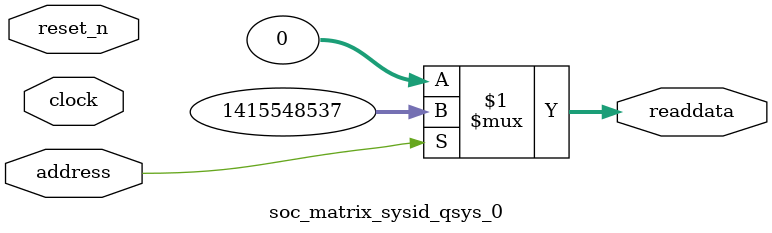
<source format=v>

`timescale 1ns / 1ps
// synthesis translate_on

// turn off superfluous verilog processor warnings 
// altera message_level Level1 
// altera message_off 10034 10035 10036 10037 10230 10240 10030 

module soc_matrix_sysid_qsys_0 (
               // inputs:
                address,
                clock,
                reset_n,

               // outputs:
                readdata
             )
;

  output  [ 31: 0] readdata;
  input            address;
  input            clock;
  input            reset_n;

  wire    [ 31: 0] readdata;
  //control_slave, which is an e_avalon_slave
  assign readdata = address ? 1415548537 : 0;

endmodule




</source>
